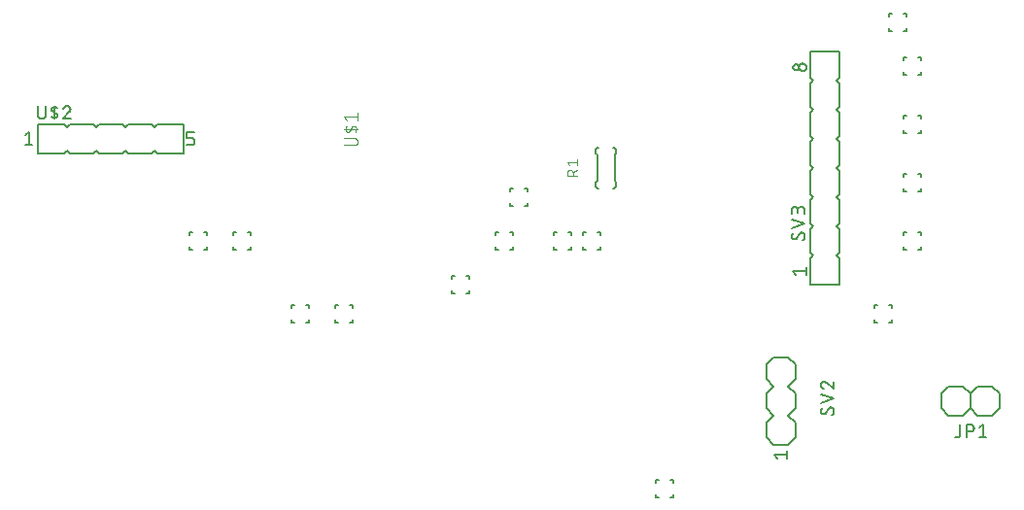
<source format=gbr>
G04 EAGLE Gerber RS-274X export*
G75*
%MOMM*%
%FSLAX34Y34*%
%LPD*%
%INSilkscreen Top*%
%IPPOS*%
%AMOC8*
5,1,8,0,0,1.08239X$1,22.5*%
G01*
%ADD10C,0.152400*%
%ADD11C,0.127000*%
%ADD12C,0.101600*%


D10*
X857250Y127000D02*
X869950Y127000D01*
X876300Y120650D01*
X876300Y107950D01*
X869950Y101600D01*
X850900Y107950D02*
X850900Y120650D01*
X857250Y127000D01*
X850900Y107950D02*
X857250Y101600D01*
X869950Y101600D01*
X876300Y120650D02*
X882650Y127000D01*
X895350Y127000D01*
X901700Y120650D01*
X901700Y107950D01*
X895350Y101600D01*
X882650Y101600D01*
X876300Y107950D01*
D11*
X867283Y93853D02*
X867283Y84963D01*
X867281Y84863D01*
X867275Y84764D01*
X867265Y84664D01*
X867252Y84566D01*
X867234Y84467D01*
X867213Y84370D01*
X867188Y84274D01*
X867159Y84178D01*
X867126Y84084D01*
X867090Y83991D01*
X867050Y83900D01*
X867006Y83810D01*
X866959Y83722D01*
X866909Y83636D01*
X866855Y83552D01*
X866798Y83470D01*
X866738Y83391D01*
X866674Y83313D01*
X866608Y83239D01*
X866539Y83167D01*
X866467Y83098D01*
X866393Y83032D01*
X866315Y82968D01*
X866236Y82908D01*
X866154Y82851D01*
X866070Y82797D01*
X865984Y82747D01*
X865896Y82700D01*
X865806Y82656D01*
X865715Y82616D01*
X865622Y82580D01*
X865528Y82547D01*
X865432Y82518D01*
X865336Y82493D01*
X865239Y82472D01*
X865140Y82454D01*
X865042Y82441D01*
X864942Y82431D01*
X864843Y82425D01*
X864743Y82423D01*
X863473Y82423D01*
X873263Y82423D02*
X873263Y93853D01*
X876438Y93853D01*
X876549Y93851D01*
X876659Y93845D01*
X876770Y93836D01*
X876880Y93822D01*
X876989Y93805D01*
X877098Y93784D01*
X877206Y93759D01*
X877313Y93730D01*
X877419Y93698D01*
X877524Y93662D01*
X877627Y93622D01*
X877729Y93579D01*
X877830Y93532D01*
X877929Y93481D01*
X878026Y93428D01*
X878120Y93371D01*
X878213Y93310D01*
X878304Y93247D01*
X878393Y93180D01*
X878479Y93110D01*
X878562Y93037D01*
X878644Y92962D01*
X878722Y92884D01*
X878797Y92802D01*
X878870Y92719D01*
X878940Y92633D01*
X879007Y92544D01*
X879070Y92453D01*
X879131Y92360D01*
X879188Y92265D01*
X879241Y92169D01*
X879292Y92070D01*
X879339Y91969D01*
X879382Y91867D01*
X879422Y91764D01*
X879458Y91659D01*
X879490Y91553D01*
X879519Y91446D01*
X879544Y91338D01*
X879565Y91229D01*
X879582Y91120D01*
X879596Y91010D01*
X879605Y90899D01*
X879611Y90789D01*
X879613Y90678D01*
X879611Y90567D01*
X879605Y90457D01*
X879596Y90346D01*
X879582Y90236D01*
X879565Y90127D01*
X879544Y90018D01*
X879519Y89910D01*
X879490Y89803D01*
X879458Y89697D01*
X879422Y89592D01*
X879382Y89489D01*
X879339Y89387D01*
X879292Y89286D01*
X879241Y89187D01*
X879188Y89090D01*
X879131Y88996D01*
X879070Y88903D01*
X879007Y88812D01*
X878940Y88723D01*
X878870Y88637D01*
X878797Y88554D01*
X878722Y88472D01*
X878644Y88394D01*
X878562Y88319D01*
X878479Y88246D01*
X878393Y88176D01*
X878304Y88109D01*
X878213Y88046D01*
X878120Y87985D01*
X878026Y87928D01*
X877929Y87875D01*
X877830Y87824D01*
X877729Y87777D01*
X877627Y87734D01*
X877524Y87694D01*
X877419Y87658D01*
X877313Y87626D01*
X877206Y87597D01*
X877098Y87572D01*
X876989Y87551D01*
X876880Y87534D01*
X876770Y87520D01*
X876659Y87511D01*
X876549Y87505D01*
X876438Y87503D01*
X873263Y87503D01*
X884122Y91313D02*
X887297Y93853D01*
X887297Y82423D01*
X884122Y82423D02*
X890472Y82423D01*
D10*
X820420Y261620D02*
X817880Y261620D01*
X817880Y259080D01*
X833120Y259080D02*
X833120Y261620D01*
X830580Y261620D01*
X833120Y248920D02*
X833120Y246380D01*
X830580Y246380D01*
X820420Y246380D02*
X817880Y246380D01*
X817880Y248920D01*
X325120Y198120D02*
X322580Y198120D01*
X322580Y195580D01*
X337820Y195580D02*
X337820Y198120D01*
X335280Y198120D01*
X337820Y185420D02*
X337820Y182880D01*
X335280Y182880D01*
X325120Y182880D02*
X322580Y182880D01*
X322580Y185420D01*
X462280Y261620D02*
X464820Y261620D01*
X462280Y261620D02*
X462280Y259080D01*
X477520Y259080D02*
X477520Y261620D01*
X474980Y261620D01*
X477520Y248920D02*
X477520Y246380D01*
X474980Y246380D01*
X464820Y246380D02*
X462280Y246380D01*
X462280Y248920D01*
X513080Y261620D02*
X515620Y261620D01*
X513080Y261620D02*
X513080Y259080D01*
X528320Y259080D02*
X528320Y261620D01*
X525780Y261620D01*
X528320Y248920D02*
X528320Y246380D01*
X525780Y246380D01*
X515620Y246380D02*
X513080Y246380D01*
X513080Y248920D01*
X538480Y261620D02*
X541020Y261620D01*
X538480Y261620D02*
X538480Y259080D01*
X553720Y259080D02*
X553720Y261620D01*
X551180Y261620D01*
X553720Y248920D02*
X553720Y246380D01*
X551180Y246380D01*
X541020Y246380D02*
X538480Y246380D01*
X538480Y248920D01*
X601980Y45720D02*
X604520Y45720D01*
X601980Y45720D02*
X601980Y43180D01*
X617220Y43180D02*
X617220Y45720D01*
X614680Y45720D01*
X617220Y33020D02*
X617220Y30480D01*
X614680Y30480D01*
X604520Y30480D02*
X601980Y30480D01*
X601980Y33020D01*
X426720Y223520D02*
X424180Y223520D01*
X424180Y220980D01*
X439420Y220980D02*
X439420Y223520D01*
X436880Y223520D01*
X439420Y210820D02*
X439420Y208280D01*
X436880Y208280D01*
X426720Y208280D02*
X424180Y208280D01*
X424180Y210820D01*
X474980Y299720D02*
X477520Y299720D01*
X474980Y299720D02*
X474980Y297180D01*
X490220Y297180D02*
X490220Y299720D01*
X487680Y299720D01*
X490220Y287020D02*
X490220Y284480D01*
X487680Y284480D01*
X477520Y284480D02*
X474980Y284480D01*
X474980Y287020D01*
X817880Y312420D02*
X820420Y312420D01*
X817880Y312420D02*
X817880Y309880D01*
X833120Y309880D02*
X833120Y312420D01*
X830580Y312420D01*
X833120Y299720D02*
X833120Y297180D01*
X830580Y297180D01*
X820420Y297180D02*
X817880Y297180D01*
X817880Y299720D01*
X817880Y363220D02*
X820420Y363220D01*
X817880Y363220D02*
X817880Y360680D01*
X833120Y360680D02*
X833120Y363220D01*
X830580Y363220D01*
X833120Y350520D02*
X833120Y347980D01*
X830580Y347980D01*
X820420Y347980D02*
X817880Y347980D01*
X817880Y350520D01*
X198120Y261620D02*
X195580Y261620D01*
X195580Y259080D01*
X210820Y259080D02*
X210820Y261620D01*
X208280Y261620D01*
X210820Y248920D02*
X210820Y246380D01*
X208280Y246380D01*
X198120Y246380D02*
X195580Y246380D01*
X195580Y248920D01*
X792480Y198120D02*
X795020Y198120D01*
X792480Y198120D02*
X792480Y195580D01*
X807720Y195580D02*
X807720Y198120D01*
X805180Y198120D01*
X807720Y185420D02*
X807720Y182880D01*
X805180Y182880D01*
X795020Y182880D02*
X792480Y182880D01*
X792480Y185420D01*
X817880Y414020D02*
X820420Y414020D01*
X817880Y414020D02*
X817880Y411480D01*
X833120Y411480D02*
X833120Y414020D01*
X830580Y414020D01*
X833120Y401320D02*
X833120Y398780D01*
X830580Y398780D01*
X820420Y398780D02*
X817880Y398780D01*
X817880Y401320D01*
X807720Y452120D02*
X805180Y452120D01*
X805180Y449580D01*
X820420Y449580D02*
X820420Y452120D01*
X817880Y452120D01*
X820420Y439420D02*
X820420Y436880D01*
X817880Y436880D01*
X807720Y436880D02*
X805180Y436880D01*
X805180Y439420D01*
X236220Y261620D02*
X233680Y261620D01*
X233680Y259080D01*
X248920Y259080D02*
X248920Y261620D01*
X246380Y261620D01*
X248920Y248920D02*
X248920Y246380D01*
X246380Y246380D01*
X236220Y246380D02*
X233680Y246380D01*
X233680Y248920D01*
X284480Y198120D02*
X287020Y198120D01*
X284480Y198120D02*
X284480Y195580D01*
X299720Y195580D02*
X299720Y198120D01*
X297180Y198120D01*
X299720Y185420D02*
X299720Y182880D01*
X297180Y182880D01*
X287020Y182880D02*
X284480Y182880D01*
X284480Y185420D01*
X549910Y302260D02*
X549912Y302160D01*
X549918Y302061D01*
X549928Y301961D01*
X549941Y301863D01*
X549959Y301764D01*
X549980Y301667D01*
X550005Y301571D01*
X550034Y301475D01*
X550067Y301381D01*
X550103Y301288D01*
X550143Y301197D01*
X550187Y301107D01*
X550234Y301019D01*
X550284Y300933D01*
X550338Y300849D01*
X550395Y300767D01*
X550455Y300688D01*
X550519Y300610D01*
X550585Y300536D01*
X550654Y300464D01*
X550726Y300395D01*
X550800Y300329D01*
X550878Y300265D01*
X550957Y300205D01*
X551039Y300148D01*
X551123Y300094D01*
X551209Y300044D01*
X551297Y299997D01*
X551387Y299953D01*
X551478Y299913D01*
X551571Y299877D01*
X551665Y299844D01*
X551761Y299815D01*
X551857Y299790D01*
X551954Y299769D01*
X552053Y299751D01*
X552151Y299738D01*
X552251Y299728D01*
X552350Y299722D01*
X552450Y299720D01*
X565150Y299720D02*
X565250Y299722D01*
X565349Y299728D01*
X565449Y299738D01*
X565547Y299751D01*
X565646Y299769D01*
X565743Y299790D01*
X565839Y299815D01*
X565935Y299844D01*
X566029Y299877D01*
X566122Y299913D01*
X566213Y299953D01*
X566303Y299997D01*
X566391Y300044D01*
X566477Y300094D01*
X566561Y300148D01*
X566643Y300205D01*
X566722Y300265D01*
X566800Y300329D01*
X566874Y300395D01*
X566946Y300464D01*
X567015Y300536D01*
X567081Y300610D01*
X567145Y300688D01*
X567205Y300767D01*
X567262Y300849D01*
X567316Y300933D01*
X567366Y301019D01*
X567413Y301107D01*
X567457Y301197D01*
X567497Y301288D01*
X567533Y301381D01*
X567566Y301475D01*
X567595Y301571D01*
X567620Y301667D01*
X567641Y301764D01*
X567659Y301863D01*
X567672Y301961D01*
X567682Y302061D01*
X567688Y302160D01*
X567690Y302260D01*
X567690Y332740D02*
X567688Y332840D01*
X567682Y332939D01*
X567672Y333039D01*
X567659Y333137D01*
X567641Y333236D01*
X567620Y333333D01*
X567595Y333429D01*
X567566Y333525D01*
X567533Y333619D01*
X567497Y333712D01*
X567457Y333803D01*
X567413Y333893D01*
X567366Y333981D01*
X567316Y334067D01*
X567262Y334151D01*
X567205Y334233D01*
X567145Y334312D01*
X567081Y334390D01*
X567015Y334464D01*
X566946Y334536D01*
X566874Y334605D01*
X566800Y334671D01*
X566722Y334735D01*
X566643Y334795D01*
X566561Y334852D01*
X566477Y334906D01*
X566391Y334956D01*
X566303Y335003D01*
X566213Y335047D01*
X566122Y335087D01*
X566029Y335123D01*
X565935Y335156D01*
X565839Y335185D01*
X565743Y335210D01*
X565646Y335231D01*
X565547Y335249D01*
X565449Y335262D01*
X565349Y335272D01*
X565250Y335278D01*
X565150Y335280D01*
X552450Y335280D02*
X552350Y335278D01*
X552251Y335272D01*
X552151Y335262D01*
X552053Y335249D01*
X551954Y335231D01*
X551857Y335210D01*
X551761Y335185D01*
X551665Y335156D01*
X551571Y335123D01*
X551478Y335087D01*
X551387Y335047D01*
X551297Y335003D01*
X551209Y334956D01*
X551123Y334906D01*
X551039Y334852D01*
X550957Y334795D01*
X550878Y334735D01*
X550800Y334671D01*
X550726Y334605D01*
X550654Y334536D01*
X550585Y334464D01*
X550519Y334390D01*
X550455Y334312D01*
X550395Y334233D01*
X550338Y334151D01*
X550284Y334067D01*
X550234Y333981D01*
X550187Y333893D01*
X550143Y333803D01*
X550103Y333712D01*
X550067Y333619D01*
X550034Y333525D01*
X550005Y333429D01*
X549980Y333333D01*
X549959Y333236D01*
X549941Y333137D01*
X549928Y333039D01*
X549918Y332939D01*
X549912Y332840D01*
X549910Y332740D01*
X549910Y304800D02*
X549910Y302260D01*
X549910Y304800D02*
X551180Y306070D01*
X567690Y304800D02*
X567690Y302260D01*
X567690Y304800D02*
X566420Y306070D01*
X551180Y328930D02*
X549910Y330200D01*
X551180Y328930D02*
X551180Y306070D01*
X566420Y328930D02*
X567690Y330200D01*
X566420Y328930D02*
X566420Y306070D01*
X549910Y330200D02*
X549910Y332740D01*
X567690Y332740D02*
X567690Y330200D01*
D12*
X533908Y310642D02*
X525018Y310642D01*
X525018Y313111D01*
X525020Y313209D01*
X525026Y313307D01*
X525036Y313405D01*
X525049Y313502D01*
X525067Y313599D01*
X525088Y313695D01*
X525113Y313789D01*
X525142Y313883D01*
X525174Y313976D01*
X525211Y314067D01*
X525250Y314157D01*
X525294Y314245D01*
X525341Y314331D01*
X525391Y314416D01*
X525444Y314498D01*
X525501Y314578D01*
X525561Y314656D01*
X525624Y314731D01*
X525690Y314804D01*
X525759Y314874D01*
X525830Y314941D01*
X525904Y315006D01*
X525981Y315067D01*
X526060Y315126D01*
X526141Y315181D01*
X526224Y315233D01*
X526310Y315281D01*
X526397Y315326D01*
X526486Y315368D01*
X526576Y315406D01*
X526668Y315440D01*
X526761Y315471D01*
X526856Y315498D01*
X526951Y315521D01*
X527048Y315541D01*
X527144Y315556D01*
X527242Y315568D01*
X527340Y315576D01*
X527438Y315580D01*
X527536Y315580D01*
X527634Y315576D01*
X527732Y315568D01*
X527830Y315556D01*
X527926Y315541D01*
X528023Y315521D01*
X528118Y315498D01*
X528213Y315471D01*
X528306Y315440D01*
X528398Y315406D01*
X528488Y315368D01*
X528577Y315326D01*
X528664Y315281D01*
X528750Y315233D01*
X528833Y315181D01*
X528914Y315126D01*
X528993Y315067D01*
X529070Y315006D01*
X529144Y314941D01*
X529215Y314874D01*
X529284Y314804D01*
X529350Y314731D01*
X529413Y314656D01*
X529473Y314578D01*
X529530Y314498D01*
X529583Y314416D01*
X529633Y314331D01*
X529680Y314245D01*
X529724Y314157D01*
X529763Y314067D01*
X529800Y313976D01*
X529832Y313883D01*
X529861Y313789D01*
X529886Y313695D01*
X529907Y313599D01*
X529925Y313502D01*
X529938Y313405D01*
X529948Y313307D01*
X529954Y313209D01*
X529956Y313111D01*
X529957Y313111D02*
X529957Y310642D01*
X529957Y313605D02*
X533908Y315581D01*
X526994Y319492D02*
X525018Y321961D01*
X533908Y321961D01*
X533908Y319492D02*
X533908Y324431D01*
D10*
X698500Y95250D02*
X698500Y82550D01*
X698500Y95250D02*
X704850Y101600D01*
X717550Y101600D02*
X723900Y95250D01*
X704850Y101600D02*
X698500Y107950D01*
X698500Y120650D01*
X704850Y127000D01*
X717550Y127000D02*
X723900Y120650D01*
X723900Y107950D01*
X717550Y101600D01*
X717550Y76200D02*
X704850Y76200D01*
X698500Y82550D01*
X717550Y76200D02*
X723900Y82550D01*
X723900Y95250D01*
X704850Y127000D02*
X698500Y133350D01*
X698500Y146050D01*
X704850Y152400D01*
X717550Y152400D02*
X723900Y146050D01*
X723900Y133350D01*
X717550Y127000D01*
X717550Y152400D02*
X704850Y152400D01*
D11*
X705485Y67310D02*
X708025Y64135D01*
X705485Y67310D02*
X716915Y67310D01*
X716915Y64135D02*
X716915Y70485D01*
X755015Y108585D02*
X755115Y108583D01*
X755214Y108577D01*
X755314Y108567D01*
X755412Y108554D01*
X755511Y108536D01*
X755608Y108515D01*
X755704Y108490D01*
X755800Y108461D01*
X755894Y108428D01*
X755987Y108392D01*
X756078Y108352D01*
X756168Y108308D01*
X756256Y108261D01*
X756342Y108211D01*
X756426Y108157D01*
X756508Y108100D01*
X756587Y108040D01*
X756665Y107976D01*
X756739Y107910D01*
X756811Y107841D01*
X756880Y107769D01*
X756946Y107695D01*
X757010Y107617D01*
X757070Y107538D01*
X757127Y107456D01*
X757181Y107372D01*
X757231Y107286D01*
X757278Y107198D01*
X757322Y107108D01*
X757362Y107017D01*
X757398Y106924D01*
X757431Y106830D01*
X757460Y106734D01*
X757485Y106638D01*
X757506Y106541D01*
X757524Y106442D01*
X757537Y106344D01*
X757547Y106244D01*
X757553Y106145D01*
X757555Y106045D01*
X757553Y105904D01*
X757548Y105763D01*
X757538Y105622D01*
X757525Y105481D01*
X757509Y105341D01*
X757488Y105201D01*
X757464Y105062D01*
X757436Y104923D01*
X757405Y104786D01*
X757370Y104649D01*
X757332Y104513D01*
X757290Y104378D01*
X757244Y104245D01*
X757195Y104112D01*
X757142Y103981D01*
X757086Y103852D01*
X757027Y103723D01*
X756964Y103597D01*
X756898Y103472D01*
X756829Y103349D01*
X756756Y103228D01*
X756680Y103109D01*
X756601Y102991D01*
X756520Y102876D01*
X756435Y102764D01*
X756347Y102653D01*
X756256Y102545D01*
X756163Y102439D01*
X756066Y102336D01*
X755967Y102235D01*
X748665Y102553D02*
X748565Y102555D01*
X748466Y102561D01*
X748366Y102571D01*
X748268Y102584D01*
X748169Y102602D01*
X748072Y102623D01*
X747976Y102648D01*
X747880Y102677D01*
X747786Y102710D01*
X747693Y102746D01*
X747602Y102786D01*
X747512Y102830D01*
X747424Y102877D01*
X747338Y102927D01*
X747254Y102981D01*
X747172Y103038D01*
X747093Y103098D01*
X747015Y103162D01*
X746941Y103228D01*
X746869Y103297D01*
X746800Y103369D01*
X746734Y103443D01*
X746670Y103521D01*
X746610Y103600D01*
X746553Y103682D01*
X746499Y103766D01*
X746449Y103852D01*
X746402Y103940D01*
X746358Y104030D01*
X746318Y104121D01*
X746282Y104214D01*
X746249Y104308D01*
X746220Y104404D01*
X746195Y104500D01*
X746174Y104597D01*
X746156Y104696D01*
X746143Y104794D01*
X746133Y104894D01*
X746127Y104993D01*
X746125Y105093D01*
X746127Y105226D01*
X746132Y105359D01*
X746142Y105492D01*
X746155Y105625D01*
X746172Y105757D01*
X746192Y105889D01*
X746216Y106020D01*
X746244Y106150D01*
X746275Y106280D01*
X746310Y106408D01*
X746349Y106536D01*
X746391Y106662D01*
X746437Y106787D01*
X746486Y106911D01*
X746538Y107034D01*
X746594Y107155D01*
X746654Y107274D01*
X746716Y107392D01*
X746782Y107507D01*
X746851Y107621D01*
X746924Y107733D01*
X746999Y107843D01*
X747078Y107951D01*
X750888Y103822D02*
X750836Y103738D01*
X750781Y103655D01*
X750722Y103575D01*
X750661Y103497D01*
X750597Y103422D01*
X750529Y103349D01*
X750459Y103278D01*
X750387Y103211D01*
X750312Y103146D01*
X750234Y103084D01*
X750154Y103025D01*
X750072Y102969D01*
X749988Y102917D01*
X749902Y102868D01*
X749814Y102822D01*
X749724Y102779D01*
X749633Y102740D01*
X749540Y102705D01*
X749446Y102673D01*
X749351Y102645D01*
X749255Y102620D01*
X749158Y102600D01*
X749060Y102582D01*
X748962Y102569D01*
X748863Y102560D01*
X748764Y102554D01*
X748665Y102552D01*
X752792Y107315D02*
X752844Y107399D01*
X752899Y107482D01*
X752958Y107562D01*
X753019Y107640D01*
X753083Y107715D01*
X753151Y107788D01*
X753221Y107859D01*
X753293Y107926D01*
X753368Y107991D01*
X753446Y108053D01*
X753526Y108112D01*
X753608Y108168D01*
X753692Y108220D01*
X753778Y108269D01*
X753866Y108315D01*
X753956Y108358D01*
X754047Y108397D01*
X754140Y108432D01*
X754234Y108464D01*
X754329Y108492D01*
X754425Y108517D01*
X754522Y108537D01*
X754620Y108555D01*
X754718Y108568D01*
X754817Y108577D01*
X754916Y108583D01*
X755015Y108585D01*
X752793Y107315D02*
X750888Y103823D01*
X746125Y112649D02*
X757555Y116459D01*
X746125Y120269D01*
X746125Y128207D02*
X746127Y128311D01*
X746133Y128416D01*
X746142Y128520D01*
X746155Y128623D01*
X746173Y128726D01*
X746193Y128828D01*
X746218Y128930D01*
X746246Y129030D01*
X746278Y129130D01*
X746314Y129228D01*
X746353Y129325D01*
X746395Y129420D01*
X746441Y129514D01*
X746491Y129606D01*
X746543Y129696D01*
X746599Y129784D01*
X746659Y129870D01*
X746721Y129954D01*
X746786Y130035D01*
X746854Y130114D01*
X746926Y130191D01*
X746999Y130264D01*
X747076Y130336D01*
X747155Y130404D01*
X747236Y130469D01*
X747320Y130531D01*
X747406Y130591D01*
X747494Y130647D01*
X747584Y130699D01*
X747676Y130749D01*
X747770Y130795D01*
X747865Y130837D01*
X747962Y130876D01*
X748060Y130912D01*
X748160Y130944D01*
X748260Y130972D01*
X748362Y130997D01*
X748464Y131017D01*
X748567Y131035D01*
X748670Y131048D01*
X748774Y131057D01*
X748879Y131063D01*
X748983Y131065D01*
X746125Y128207D02*
X746127Y128089D01*
X746133Y127970D01*
X746142Y127852D01*
X746155Y127735D01*
X746173Y127618D01*
X746193Y127501D01*
X746218Y127385D01*
X746246Y127270D01*
X746279Y127157D01*
X746314Y127044D01*
X746354Y126932D01*
X746396Y126822D01*
X746443Y126713D01*
X746493Y126605D01*
X746546Y126500D01*
X746603Y126396D01*
X746663Y126294D01*
X746726Y126194D01*
X746793Y126096D01*
X746862Y126000D01*
X746935Y125907D01*
X747011Y125816D01*
X747089Y125727D01*
X747171Y125641D01*
X747255Y125558D01*
X747341Y125477D01*
X747431Y125400D01*
X747522Y125325D01*
X747616Y125253D01*
X747713Y125184D01*
X747811Y125119D01*
X747912Y125056D01*
X748015Y124997D01*
X748119Y124941D01*
X748225Y124889D01*
X748333Y124840D01*
X748442Y124795D01*
X748553Y124753D01*
X748665Y124715D01*
X751205Y130112D02*
X751130Y130188D01*
X751051Y130263D01*
X750970Y130334D01*
X750886Y130403D01*
X750800Y130468D01*
X750712Y130530D01*
X750622Y130590D01*
X750530Y130646D01*
X750435Y130699D01*
X750339Y130748D01*
X750241Y130794D01*
X750142Y130837D01*
X750041Y130876D01*
X749939Y130911D01*
X749836Y130943D01*
X749732Y130971D01*
X749627Y130996D01*
X749520Y131017D01*
X749414Y131034D01*
X749307Y131047D01*
X749199Y131056D01*
X749091Y131062D01*
X748983Y131064D01*
X751205Y130112D02*
X757555Y124714D01*
X757555Y131064D01*
D10*
X762000Y215900D02*
X736600Y215900D01*
X762000Y215900D02*
X762000Y238760D01*
X759460Y241300D01*
X762000Y243840D01*
X762000Y264160D01*
X759460Y266700D01*
X762000Y269240D01*
X762000Y289560D01*
X759460Y292100D01*
X762000Y294640D01*
X762000Y314960D01*
X759460Y317500D01*
X762000Y320040D01*
X739140Y317500D02*
X736600Y320040D01*
X739140Y317500D02*
X736600Y314960D01*
X736600Y294640D01*
X739140Y292100D01*
X736600Y289560D01*
X736600Y269240D01*
X739140Y266700D01*
X736600Y264160D01*
X736600Y243840D01*
X739140Y241300D01*
X736600Y238760D01*
X736600Y215900D01*
X762000Y320040D02*
X762000Y340360D01*
X759460Y342900D01*
X762000Y345440D01*
X762000Y365760D01*
X759460Y368300D01*
X762000Y370840D01*
X739140Y368300D02*
X736600Y370840D01*
X739140Y368300D02*
X736600Y365760D01*
X736600Y345440D01*
X739140Y342900D01*
X736600Y340360D01*
X736600Y320040D01*
X736600Y396240D02*
X736600Y419100D01*
X762000Y419100D01*
X762000Y396240D01*
X739140Y393700D02*
X736600Y391160D01*
X739140Y393700D02*
X736600Y396240D01*
X736600Y391160D02*
X736600Y370840D01*
X759460Y393700D02*
X762000Y396240D01*
X759460Y393700D02*
X762000Y391160D01*
X762000Y370840D01*
D11*
X721995Y227330D02*
X724535Y224155D01*
X721995Y227330D02*
X733425Y227330D01*
X733425Y224155D02*
X733425Y230505D01*
X730250Y401955D02*
X730139Y401957D01*
X730029Y401963D01*
X729918Y401972D01*
X729808Y401986D01*
X729699Y402003D01*
X729590Y402024D01*
X729482Y402049D01*
X729375Y402078D01*
X729269Y402110D01*
X729164Y402146D01*
X729061Y402186D01*
X728959Y402229D01*
X728858Y402276D01*
X728759Y402327D01*
X728663Y402380D01*
X728568Y402437D01*
X728475Y402498D01*
X728384Y402561D01*
X728295Y402628D01*
X728209Y402698D01*
X728126Y402771D01*
X728044Y402846D01*
X727966Y402924D01*
X727891Y403006D01*
X727818Y403089D01*
X727748Y403175D01*
X727681Y403264D01*
X727618Y403355D01*
X727557Y403448D01*
X727500Y403543D01*
X727447Y403639D01*
X727396Y403738D01*
X727349Y403839D01*
X727306Y403941D01*
X727266Y404044D01*
X727230Y404149D01*
X727198Y404255D01*
X727169Y404362D01*
X727144Y404470D01*
X727123Y404579D01*
X727106Y404688D01*
X727092Y404798D01*
X727083Y404909D01*
X727077Y405019D01*
X727075Y405130D01*
X727077Y405241D01*
X727083Y405351D01*
X727092Y405462D01*
X727106Y405572D01*
X727123Y405681D01*
X727144Y405790D01*
X727169Y405898D01*
X727198Y406005D01*
X727230Y406111D01*
X727266Y406216D01*
X727306Y406319D01*
X727349Y406421D01*
X727396Y406522D01*
X727447Y406621D01*
X727500Y406718D01*
X727557Y406812D01*
X727618Y406905D01*
X727681Y406996D01*
X727748Y407085D01*
X727818Y407171D01*
X727891Y407254D01*
X727966Y407336D01*
X728044Y407414D01*
X728126Y407489D01*
X728209Y407562D01*
X728295Y407632D01*
X728384Y407699D01*
X728475Y407762D01*
X728568Y407823D01*
X728663Y407880D01*
X728759Y407933D01*
X728858Y407984D01*
X728959Y408031D01*
X729061Y408074D01*
X729164Y408114D01*
X729269Y408150D01*
X729375Y408182D01*
X729482Y408211D01*
X729590Y408236D01*
X729699Y408257D01*
X729808Y408274D01*
X729918Y408288D01*
X730029Y408297D01*
X730139Y408303D01*
X730250Y408305D01*
X730361Y408303D01*
X730471Y408297D01*
X730582Y408288D01*
X730692Y408274D01*
X730801Y408257D01*
X730910Y408236D01*
X731018Y408211D01*
X731125Y408182D01*
X731231Y408150D01*
X731336Y408114D01*
X731439Y408074D01*
X731541Y408031D01*
X731642Y407984D01*
X731741Y407933D01*
X731838Y407880D01*
X731932Y407823D01*
X732025Y407762D01*
X732116Y407699D01*
X732205Y407632D01*
X732291Y407562D01*
X732374Y407489D01*
X732456Y407414D01*
X732534Y407336D01*
X732609Y407254D01*
X732682Y407171D01*
X732752Y407085D01*
X732819Y406996D01*
X732882Y406905D01*
X732943Y406812D01*
X733000Y406717D01*
X733053Y406621D01*
X733104Y406522D01*
X733151Y406421D01*
X733194Y406319D01*
X733234Y406216D01*
X733270Y406111D01*
X733302Y406005D01*
X733331Y405898D01*
X733356Y405790D01*
X733377Y405681D01*
X733394Y405572D01*
X733408Y405462D01*
X733417Y405351D01*
X733423Y405241D01*
X733425Y405130D01*
X733423Y405019D01*
X733417Y404909D01*
X733408Y404798D01*
X733394Y404688D01*
X733377Y404579D01*
X733356Y404470D01*
X733331Y404362D01*
X733302Y404255D01*
X733270Y404149D01*
X733234Y404044D01*
X733194Y403941D01*
X733151Y403839D01*
X733104Y403738D01*
X733053Y403639D01*
X733000Y403542D01*
X732943Y403448D01*
X732882Y403355D01*
X732819Y403264D01*
X732752Y403175D01*
X732682Y403089D01*
X732609Y403006D01*
X732534Y402924D01*
X732456Y402846D01*
X732374Y402771D01*
X732291Y402698D01*
X732205Y402628D01*
X732116Y402561D01*
X732025Y402498D01*
X731932Y402437D01*
X731838Y402380D01*
X731741Y402327D01*
X731642Y402276D01*
X731541Y402229D01*
X731439Y402186D01*
X731336Y402146D01*
X731231Y402110D01*
X731125Y402078D01*
X731018Y402049D01*
X730910Y402024D01*
X730801Y402003D01*
X730692Y401986D01*
X730582Y401972D01*
X730471Y401963D01*
X730361Y401957D01*
X730250Y401955D01*
X724535Y402590D02*
X724435Y402592D01*
X724336Y402598D01*
X724236Y402608D01*
X724138Y402621D01*
X724039Y402639D01*
X723942Y402660D01*
X723846Y402685D01*
X723750Y402714D01*
X723656Y402747D01*
X723563Y402783D01*
X723472Y402823D01*
X723382Y402867D01*
X723294Y402914D01*
X723208Y402964D01*
X723124Y403018D01*
X723042Y403075D01*
X722963Y403135D01*
X722885Y403199D01*
X722811Y403265D01*
X722739Y403334D01*
X722670Y403406D01*
X722604Y403480D01*
X722540Y403558D01*
X722480Y403637D01*
X722423Y403719D01*
X722369Y403803D01*
X722319Y403889D01*
X722272Y403977D01*
X722228Y404067D01*
X722188Y404158D01*
X722152Y404251D01*
X722119Y404345D01*
X722090Y404441D01*
X722065Y404537D01*
X722044Y404634D01*
X722026Y404733D01*
X722013Y404831D01*
X722003Y404931D01*
X721997Y405030D01*
X721995Y405130D01*
X721997Y405230D01*
X722003Y405329D01*
X722013Y405429D01*
X722026Y405527D01*
X722044Y405626D01*
X722065Y405723D01*
X722090Y405819D01*
X722119Y405915D01*
X722152Y406009D01*
X722188Y406102D01*
X722228Y406193D01*
X722272Y406283D01*
X722319Y406371D01*
X722369Y406457D01*
X722423Y406541D01*
X722480Y406623D01*
X722540Y406702D01*
X722604Y406780D01*
X722670Y406854D01*
X722739Y406926D01*
X722811Y406995D01*
X722885Y407061D01*
X722963Y407125D01*
X723042Y407185D01*
X723124Y407242D01*
X723208Y407296D01*
X723294Y407346D01*
X723382Y407393D01*
X723472Y407437D01*
X723563Y407477D01*
X723656Y407513D01*
X723750Y407546D01*
X723846Y407575D01*
X723942Y407600D01*
X724039Y407621D01*
X724138Y407639D01*
X724236Y407652D01*
X724336Y407662D01*
X724435Y407668D01*
X724535Y407670D01*
X724635Y407668D01*
X724734Y407662D01*
X724834Y407652D01*
X724932Y407639D01*
X725031Y407621D01*
X725128Y407600D01*
X725224Y407575D01*
X725320Y407546D01*
X725414Y407513D01*
X725507Y407477D01*
X725598Y407437D01*
X725688Y407393D01*
X725776Y407346D01*
X725862Y407296D01*
X725946Y407242D01*
X726028Y407185D01*
X726107Y407125D01*
X726185Y407061D01*
X726259Y406995D01*
X726331Y406926D01*
X726400Y406854D01*
X726466Y406780D01*
X726530Y406702D01*
X726590Y406623D01*
X726647Y406541D01*
X726701Y406457D01*
X726751Y406371D01*
X726798Y406283D01*
X726842Y406193D01*
X726882Y406102D01*
X726918Y406009D01*
X726951Y405915D01*
X726980Y405819D01*
X727005Y405723D01*
X727026Y405626D01*
X727044Y405527D01*
X727057Y405429D01*
X727067Y405329D01*
X727073Y405230D01*
X727075Y405130D01*
X727073Y405030D01*
X727067Y404931D01*
X727057Y404831D01*
X727044Y404733D01*
X727026Y404634D01*
X727005Y404537D01*
X726980Y404441D01*
X726951Y404345D01*
X726918Y404251D01*
X726882Y404158D01*
X726842Y404067D01*
X726798Y403977D01*
X726751Y403889D01*
X726701Y403803D01*
X726647Y403719D01*
X726590Y403637D01*
X726530Y403558D01*
X726466Y403480D01*
X726400Y403406D01*
X726331Y403334D01*
X726259Y403265D01*
X726185Y403199D01*
X726107Y403135D01*
X726028Y403075D01*
X725946Y403018D01*
X725862Y402964D01*
X725776Y402914D01*
X725688Y402867D01*
X725598Y402823D01*
X725507Y402783D01*
X725414Y402747D01*
X725320Y402714D01*
X725224Y402685D01*
X725128Y402660D01*
X725031Y402639D01*
X724932Y402621D01*
X724834Y402608D01*
X724734Y402598D01*
X724635Y402592D01*
X724535Y402590D01*
X729615Y260985D02*
X729715Y260983D01*
X729814Y260977D01*
X729914Y260967D01*
X730012Y260954D01*
X730111Y260936D01*
X730208Y260915D01*
X730304Y260890D01*
X730400Y260861D01*
X730494Y260828D01*
X730587Y260792D01*
X730678Y260752D01*
X730768Y260708D01*
X730856Y260661D01*
X730942Y260611D01*
X731026Y260557D01*
X731108Y260500D01*
X731187Y260440D01*
X731265Y260376D01*
X731339Y260310D01*
X731411Y260241D01*
X731480Y260169D01*
X731546Y260095D01*
X731610Y260017D01*
X731670Y259938D01*
X731727Y259856D01*
X731781Y259772D01*
X731831Y259686D01*
X731878Y259598D01*
X731922Y259508D01*
X731962Y259417D01*
X731998Y259324D01*
X732031Y259230D01*
X732060Y259134D01*
X732085Y259038D01*
X732106Y258941D01*
X732124Y258842D01*
X732137Y258744D01*
X732147Y258644D01*
X732153Y258545D01*
X732155Y258445D01*
X732153Y258304D01*
X732148Y258163D01*
X732138Y258022D01*
X732125Y257881D01*
X732109Y257741D01*
X732088Y257601D01*
X732064Y257462D01*
X732036Y257323D01*
X732005Y257186D01*
X731970Y257049D01*
X731932Y256913D01*
X731890Y256778D01*
X731844Y256645D01*
X731795Y256512D01*
X731742Y256381D01*
X731686Y256252D01*
X731627Y256123D01*
X731564Y255997D01*
X731498Y255872D01*
X731429Y255749D01*
X731356Y255628D01*
X731280Y255509D01*
X731201Y255391D01*
X731120Y255276D01*
X731035Y255164D01*
X730947Y255053D01*
X730856Y254945D01*
X730763Y254839D01*
X730666Y254736D01*
X730567Y254635D01*
X723265Y254953D02*
X723165Y254955D01*
X723066Y254961D01*
X722966Y254971D01*
X722868Y254984D01*
X722769Y255002D01*
X722672Y255023D01*
X722576Y255048D01*
X722480Y255077D01*
X722386Y255110D01*
X722293Y255146D01*
X722202Y255186D01*
X722112Y255230D01*
X722024Y255277D01*
X721938Y255327D01*
X721854Y255381D01*
X721772Y255438D01*
X721693Y255498D01*
X721615Y255562D01*
X721541Y255628D01*
X721469Y255697D01*
X721400Y255769D01*
X721334Y255843D01*
X721270Y255921D01*
X721210Y256000D01*
X721153Y256082D01*
X721099Y256166D01*
X721049Y256252D01*
X721002Y256340D01*
X720958Y256430D01*
X720918Y256521D01*
X720882Y256614D01*
X720849Y256708D01*
X720820Y256804D01*
X720795Y256900D01*
X720774Y256997D01*
X720756Y257096D01*
X720743Y257194D01*
X720733Y257294D01*
X720727Y257393D01*
X720725Y257493D01*
X720727Y257626D01*
X720732Y257759D01*
X720742Y257892D01*
X720755Y258025D01*
X720772Y258157D01*
X720792Y258289D01*
X720816Y258420D01*
X720844Y258550D01*
X720875Y258680D01*
X720910Y258808D01*
X720949Y258936D01*
X720991Y259062D01*
X721037Y259187D01*
X721086Y259311D01*
X721138Y259434D01*
X721194Y259555D01*
X721254Y259674D01*
X721316Y259792D01*
X721382Y259907D01*
X721451Y260021D01*
X721524Y260133D01*
X721599Y260243D01*
X721678Y260351D01*
X725488Y256222D02*
X725436Y256138D01*
X725381Y256055D01*
X725322Y255975D01*
X725261Y255897D01*
X725197Y255822D01*
X725129Y255749D01*
X725059Y255678D01*
X724987Y255611D01*
X724912Y255546D01*
X724834Y255484D01*
X724754Y255425D01*
X724672Y255369D01*
X724588Y255317D01*
X724502Y255268D01*
X724414Y255222D01*
X724324Y255179D01*
X724233Y255140D01*
X724140Y255105D01*
X724046Y255073D01*
X723951Y255045D01*
X723855Y255020D01*
X723758Y255000D01*
X723660Y254982D01*
X723562Y254969D01*
X723463Y254960D01*
X723364Y254954D01*
X723265Y254952D01*
X727392Y259715D02*
X727444Y259799D01*
X727499Y259882D01*
X727558Y259962D01*
X727619Y260040D01*
X727683Y260115D01*
X727751Y260188D01*
X727821Y260259D01*
X727893Y260326D01*
X727968Y260391D01*
X728046Y260453D01*
X728126Y260512D01*
X728208Y260568D01*
X728292Y260620D01*
X728378Y260669D01*
X728466Y260715D01*
X728556Y260758D01*
X728647Y260797D01*
X728740Y260832D01*
X728834Y260864D01*
X728929Y260892D01*
X729025Y260917D01*
X729122Y260937D01*
X729220Y260955D01*
X729318Y260968D01*
X729417Y260977D01*
X729516Y260983D01*
X729615Y260985D01*
X727393Y259715D02*
X725488Y256223D01*
X720725Y265049D02*
X732155Y268859D01*
X720725Y272669D01*
X732155Y277114D02*
X732155Y280289D01*
X732153Y280400D01*
X732147Y280510D01*
X732138Y280621D01*
X732124Y280731D01*
X732107Y280840D01*
X732086Y280949D01*
X732061Y281057D01*
X732032Y281164D01*
X732000Y281270D01*
X731964Y281375D01*
X731924Y281478D01*
X731881Y281580D01*
X731834Y281681D01*
X731783Y281780D01*
X731730Y281877D01*
X731673Y281971D01*
X731612Y282064D01*
X731549Y282155D01*
X731482Y282244D01*
X731412Y282330D01*
X731339Y282413D01*
X731264Y282495D01*
X731186Y282573D01*
X731104Y282648D01*
X731021Y282721D01*
X730935Y282791D01*
X730846Y282858D01*
X730755Y282921D01*
X730662Y282982D01*
X730568Y283039D01*
X730471Y283092D01*
X730372Y283143D01*
X730271Y283190D01*
X730169Y283233D01*
X730066Y283273D01*
X729961Y283309D01*
X729855Y283341D01*
X729748Y283370D01*
X729640Y283395D01*
X729531Y283416D01*
X729422Y283433D01*
X729312Y283447D01*
X729201Y283456D01*
X729091Y283462D01*
X728980Y283464D01*
X728869Y283462D01*
X728759Y283456D01*
X728648Y283447D01*
X728538Y283433D01*
X728429Y283416D01*
X728320Y283395D01*
X728212Y283370D01*
X728105Y283341D01*
X727999Y283309D01*
X727894Y283273D01*
X727791Y283233D01*
X727689Y283190D01*
X727588Y283143D01*
X727489Y283092D01*
X727393Y283039D01*
X727298Y282982D01*
X727205Y282921D01*
X727114Y282858D01*
X727025Y282791D01*
X726939Y282721D01*
X726856Y282648D01*
X726774Y282573D01*
X726696Y282495D01*
X726621Y282413D01*
X726548Y282330D01*
X726478Y282244D01*
X726411Y282155D01*
X726348Y282064D01*
X726287Y281971D01*
X726230Y281877D01*
X726177Y281780D01*
X726126Y281681D01*
X726079Y281580D01*
X726036Y281478D01*
X725996Y281375D01*
X725960Y281270D01*
X725928Y281164D01*
X725899Y281057D01*
X725874Y280949D01*
X725853Y280840D01*
X725836Y280731D01*
X725822Y280621D01*
X725813Y280510D01*
X725807Y280400D01*
X725805Y280289D01*
X720725Y280924D02*
X720725Y277114D01*
X720725Y280924D02*
X720727Y281024D01*
X720733Y281123D01*
X720743Y281223D01*
X720756Y281321D01*
X720774Y281420D01*
X720795Y281517D01*
X720820Y281613D01*
X720849Y281709D01*
X720882Y281803D01*
X720918Y281896D01*
X720958Y281987D01*
X721002Y282077D01*
X721049Y282165D01*
X721099Y282251D01*
X721153Y282335D01*
X721210Y282417D01*
X721270Y282496D01*
X721334Y282574D01*
X721400Y282648D01*
X721469Y282720D01*
X721541Y282789D01*
X721615Y282855D01*
X721693Y282919D01*
X721772Y282979D01*
X721854Y283036D01*
X721938Y283090D01*
X722024Y283140D01*
X722112Y283187D01*
X722202Y283231D01*
X722293Y283271D01*
X722386Y283307D01*
X722480Y283340D01*
X722576Y283369D01*
X722672Y283394D01*
X722769Y283415D01*
X722868Y283433D01*
X722966Y283446D01*
X723066Y283456D01*
X723165Y283462D01*
X723265Y283464D01*
X723365Y283462D01*
X723464Y283456D01*
X723564Y283446D01*
X723662Y283433D01*
X723761Y283415D01*
X723858Y283394D01*
X723954Y283369D01*
X724050Y283340D01*
X724144Y283307D01*
X724237Y283271D01*
X724328Y283231D01*
X724418Y283187D01*
X724506Y283140D01*
X724592Y283090D01*
X724676Y283036D01*
X724758Y282979D01*
X724837Y282919D01*
X724915Y282855D01*
X724989Y282789D01*
X725061Y282720D01*
X725130Y282648D01*
X725196Y282574D01*
X725260Y282496D01*
X725320Y282417D01*
X725377Y282335D01*
X725431Y282251D01*
X725481Y282165D01*
X725528Y282077D01*
X725572Y281987D01*
X725612Y281896D01*
X725648Y281803D01*
X725681Y281709D01*
X725710Y281613D01*
X725735Y281517D01*
X725756Y281420D01*
X725774Y281321D01*
X725787Y281223D01*
X725797Y281123D01*
X725803Y281024D01*
X725805Y280924D01*
X725805Y278384D01*
D12*
X339146Y337058D02*
X330708Y337058D01*
X339146Y337058D02*
X339259Y337060D01*
X339372Y337066D01*
X339485Y337076D01*
X339598Y337090D01*
X339710Y337107D01*
X339821Y337129D01*
X339931Y337154D01*
X340041Y337184D01*
X340149Y337217D01*
X340256Y337254D01*
X340362Y337294D01*
X340466Y337339D01*
X340569Y337387D01*
X340670Y337438D01*
X340769Y337493D01*
X340866Y337551D01*
X340961Y337613D01*
X341054Y337678D01*
X341144Y337746D01*
X341232Y337817D01*
X341318Y337892D01*
X341401Y337969D01*
X341481Y338049D01*
X341558Y338132D01*
X341633Y338218D01*
X341704Y338306D01*
X341772Y338396D01*
X341837Y338489D01*
X341899Y338584D01*
X341957Y338681D01*
X342012Y338780D01*
X342063Y338881D01*
X342111Y338984D01*
X342156Y339088D01*
X342196Y339194D01*
X342233Y339301D01*
X342266Y339409D01*
X342296Y339519D01*
X342321Y339629D01*
X342343Y339740D01*
X342360Y339852D01*
X342374Y339965D01*
X342384Y340078D01*
X342390Y340191D01*
X342392Y340304D01*
X342390Y340417D01*
X342384Y340530D01*
X342374Y340643D01*
X342360Y340756D01*
X342343Y340868D01*
X342321Y340979D01*
X342296Y341089D01*
X342266Y341199D01*
X342233Y341307D01*
X342196Y341414D01*
X342156Y341520D01*
X342111Y341624D01*
X342063Y341727D01*
X342012Y341828D01*
X341957Y341927D01*
X341899Y342024D01*
X341837Y342119D01*
X341772Y342212D01*
X341704Y342302D01*
X341633Y342390D01*
X341558Y342476D01*
X341481Y342559D01*
X341401Y342639D01*
X341318Y342716D01*
X341232Y342791D01*
X341144Y342862D01*
X341054Y342930D01*
X340961Y342995D01*
X340866Y343057D01*
X340769Y343115D01*
X340670Y343170D01*
X340569Y343221D01*
X340466Y343269D01*
X340362Y343314D01*
X340256Y343354D01*
X340149Y343391D01*
X340041Y343424D01*
X339931Y343454D01*
X339821Y343479D01*
X339710Y343501D01*
X339598Y343518D01*
X339485Y343532D01*
X339372Y343542D01*
X339259Y343548D01*
X339146Y343550D01*
X339146Y343549D02*
X330708Y343549D01*
X330708Y351353D02*
X342392Y351353D01*
X336550Y351353D02*
X335576Y349730D01*
X335577Y349729D02*
X335530Y349656D01*
X335481Y349585D01*
X335428Y349516D01*
X335372Y349449D01*
X335313Y349385D01*
X335252Y349323D01*
X335188Y349265D01*
X335121Y349209D01*
X335052Y349157D01*
X334980Y349107D01*
X334906Y349061D01*
X334831Y349018D01*
X334753Y348979D01*
X334674Y348943D01*
X334593Y348911D01*
X334511Y348882D01*
X334428Y348857D01*
X334344Y348836D01*
X334259Y348819D01*
X334173Y348805D01*
X334087Y348796D01*
X334000Y348790D01*
X333913Y348788D01*
X333826Y348790D01*
X333739Y348796D01*
X333653Y348806D01*
X333567Y348819D01*
X333482Y348837D01*
X333398Y348858D01*
X333315Y348883D01*
X333232Y348912D01*
X333152Y348944D01*
X333073Y348980D01*
X332995Y349019D01*
X332920Y349062D01*
X332846Y349109D01*
X332775Y349158D01*
X332705Y349211D01*
X332639Y349266D01*
X332575Y349325D01*
X332513Y349386D01*
X332454Y349450D01*
X332399Y349517D01*
X332346Y349586D01*
X332296Y349658D01*
X332250Y349731D01*
X332207Y349807D01*
X332168Y349884D01*
X332132Y349963D01*
X332099Y350044D01*
X332071Y350126D01*
X332045Y350209D01*
X332024Y350293D01*
X332007Y350378D01*
X332006Y350379D02*
X331982Y350519D01*
X331962Y350661D01*
X331946Y350802D01*
X331935Y350944D01*
X331927Y351087D01*
X331923Y351229D01*
X331922Y351372D01*
X331926Y351515D01*
X331934Y351657D01*
X331946Y351799D01*
X331962Y351941D01*
X331981Y352082D01*
X332005Y352223D01*
X332032Y352363D01*
X332064Y352502D01*
X332099Y352640D01*
X332138Y352778D01*
X332181Y352914D01*
X332227Y353048D01*
X332278Y353182D01*
X332331Y353314D01*
X332389Y353444D01*
X332450Y353573D01*
X332515Y353700D01*
X332583Y353826D01*
X332655Y353949D01*
X336550Y351353D02*
X337524Y352975D01*
X337523Y352976D02*
X337570Y353049D01*
X337619Y353120D01*
X337672Y353190D01*
X337728Y353256D01*
X337787Y353320D01*
X337848Y353382D01*
X337912Y353440D01*
X337979Y353496D01*
X338048Y353548D01*
X338120Y353598D01*
X338194Y353644D01*
X338269Y353687D01*
X338347Y353726D01*
X338426Y353762D01*
X338507Y353794D01*
X338589Y353823D01*
X338672Y353848D01*
X338756Y353869D01*
X338841Y353886D01*
X338927Y353900D01*
X339014Y353909D01*
X339100Y353915D01*
X339187Y353917D01*
X339274Y353915D01*
X339361Y353909D01*
X339447Y353899D01*
X339533Y353886D01*
X339618Y353868D01*
X339702Y353847D01*
X339785Y353822D01*
X339868Y353793D01*
X339948Y353761D01*
X340027Y353725D01*
X340105Y353686D01*
X340180Y353643D01*
X340254Y353596D01*
X340325Y353547D01*
X340395Y353494D01*
X340461Y353439D01*
X340525Y353380D01*
X340587Y353319D01*
X340646Y353254D01*
X340701Y353188D01*
X340754Y353119D01*
X340804Y353047D01*
X340850Y352974D01*
X340893Y352898D01*
X340932Y352821D01*
X340968Y352742D01*
X341001Y352661D01*
X341029Y352579D01*
X341055Y352496D01*
X341076Y352412D01*
X341093Y352326D01*
X341094Y352326D02*
X341118Y352186D01*
X341138Y352044D01*
X341154Y351903D01*
X341165Y351761D01*
X341173Y351618D01*
X341177Y351476D01*
X341178Y351333D01*
X341174Y351190D01*
X341166Y351048D01*
X341154Y350906D01*
X341138Y350764D01*
X341119Y350623D01*
X341095Y350482D01*
X341068Y350342D01*
X341036Y350203D01*
X341001Y350065D01*
X340962Y349927D01*
X340919Y349791D01*
X340873Y349657D01*
X340822Y349523D01*
X340769Y349391D01*
X340711Y349261D01*
X340650Y349132D01*
X340585Y349005D01*
X340517Y348879D01*
X340445Y348756D01*
X333304Y358775D02*
X330708Y362021D01*
X342392Y362021D01*
X342392Y365266D02*
X342392Y358775D01*
D10*
X63500Y355600D02*
X63500Y330200D01*
X86360Y330200D01*
X88900Y332740D01*
X91440Y330200D01*
X111760Y330200D01*
X114300Y332740D01*
X116840Y330200D01*
X137160Y330200D01*
X139700Y332740D01*
X142240Y330200D01*
X162560Y330200D01*
X165100Y332740D01*
X167640Y330200D01*
X190500Y330200D01*
X190500Y355600D01*
X167640Y355600D01*
X165100Y353060D01*
X162560Y355600D01*
X142240Y355600D01*
X139700Y353060D01*
X137160Y355600D01*
X116840Y355600D01*
X114300Y353060D01*
X111760Y355600D01*
X91440Y355600D01*
X88900Y353060D01*
X86360Y355600D01*
X63500Y355600D01*
D11*
X55880Y348615D02*
X52705Y346075D01*
X55880Y348615D02*
X55880Y337185D01*
X52705Y337185D02*
X59055Y337185D01*
X193675Y337185D02*
X197485Y337185D01*
X197585Y337187D01*
X197684Y337193D01*
X197784Y337203D01*
X197882Y337216D01*
X197981Y337234D01*
X198078Y337255D01*
X198174Y337280D01*
X198270Y337309D01*
X198364Y337342D01*
X198457Y337378D01*
X198548Y337418D01*
X198638Y337462D01*
X198726Y337509D01*
X198812Y337559D01*
X198896Y337613D01*
X198978Y337670D01*
X199057Y337730D01*
X199135Y337794D01*
X199209Y337860D01*
X199281Y337929D01*
X199350Y338001D01*
X199416Y338075D01*
X199480Y338153D01*
X199540Y338232D01*
X199597Y338314D01*
X199651Y338398D01*
X199701Y338484D01*
X199748Y338572D01*
X199792Y338662D01*
X199832Y338753D01*
X199868Y338846D01*
X199901Y338940D01*
X199930Y339036D01*
X199955Y339132D01*
X199976Y339229D01*
X199994Y339328D01*
X200007Y339426D01*
X200017Y339526D01*
X200023Y339625D01*
X200025Y339725D01*
X200025Y340995D01*
X200023Y341095D01*
X200017Y341194D01*
X200007Y341294D01*
X199994Y341392D01*
X199976Y341491D01*
X199955Y341588D01*
X199930Y341684D01*
X199901Y341780D01*
X199868Y341874D01*
X199832Y341967D01*
X199792Y342058D01*
X199748Y342148D01*
X199701Y342236D01*
X199651Y342322D01*
X199597Y342406D01*
X199540Y342488D01*
X199480Y342567D01*
X199416Y342645D01*
X199350Y342719D01*
X199281Y342791D01*
X199209Y342860D01*
X199135Y342926D01*
X199057Y342990D01*
X198978Y343050D01*
X198896Y343107D01*
X198812Y343161D01*
X198726Y343211D01*
X198638Y343258D01*
X198548Y343302D01*
X198457Y343342D01*
X198364Y343378D01*
X198270Y343411D01*
X198174Y343440D01*
X198078Y343465D01*
X197981Y343486D01*
X197882Y343504D01*
X197784Y343517D01*
X197684Y343527D01*
X197585Y343533D01*
X197485Y343535D01*
X193675Y343535D01*
X193675Y348615D01*
X200025Y348615D01*
X64135Y363220D02*
X64135Y371475D01*
X64135Y363220D02*
X64137Y363109D01*
X64143Y362999D01*
X64152Y362888D01*
X64166Y362778D01*
X64183Y362669D01*
X64204Y362560D01*
X64229Y362452D01*
X64258Y362345D01*
X64290Y362239D01*
X64326Y362134D01*
X64366Y362031D01*
X64409Y361929D01*
X64456Y361828D01*
X64507Y361729D01*
X64560Y361633D01*
X64617Y361538D01*
X64678Y361445D01*
X64741Y361354D01*
X64808Y361265D01*
X64878Y361179D01*
X64951Y361096D01*
X65026Y361014D01*
X65104Y360936D01*
X65186Y360861D01*
X65269Y360788D01*
X65355Y360718D01*
X65444Y360651D01*
X65535Y360588D01*
X65628Y360527D01*
X65723Y360470D01*
X65819Y360417D01*
X65918Y360366D01*
X66019Y360319D01*
X66121Y360276D01*
X66224Y360236D01*
X66329Y360200D01*
X66435Y360168D01*
X66542Y360139D01*
X66650Y360114D01*
X66759Y360093D01*
X66868Y360076D01*
X66978Y360062D01*
X67089Y360053D01*
X67199Y360047D01*
X67310Y360045D01*
X67421Y360047D01*
X67531Y360053D01*
X67642Y360062D01*
X67752Y360076D01*
X67861Y360093D01*
X67970Y360114D01*
X68078Y360139D01*
X68185Y360168D01*
X68291Y360200D01*
X68396Y360236D01*
X68499Y360276D01*
X68601Y360319D01*
X68702Y360366D01*
X68801Y360417D01*
X68897Y360470D01*
X68992Y360527D01*
X69085Y360588D01*
X69176Y360651D01*
X69265Y360718D01*
X69351Y360788D01*
X69434Y360861D01*
X69516Y360936D01*
X69594Y361014D01*
X69669Y361096D01*
X69742Y361179D01*
X69812Y361265D01*
X69879Y361354D01*
X69942Y361445D01*
X70003Y361538D01*
X70060Y361632D01*
X70113Y361729D01*
X70164Y361828D01*
X70211Y361929D01*
X70254Y362031D01*
X70294Y362134D01*
X70330Y362239D01*
X70362Y362345D01*
X70391Y362452D01*
X70416Y362560D01*
X70437Y362669D01*
X70454Y362778D01*
X70468Y362888D01*
X70477Y362999D01*
X70483Y363109D01*
X70485Y363220D01*
X70485Y371475D01*
X78359Y371475D02*
X78359Y360045D01*
X78359Y365760D02*
X76772Y366713D01*
X76771Y366712D02*
X76698Y366759D01*
X76627Y366808D01*
X76558Y366861D01*
X76492Y366917D01*
X76428Y366976D01*
X76367Y367037D01*
X76309Y367101D01*
X76254Y367168D01*
X76202Y367238D01*
X76154Y367309D01*
X76108Y367383D01*
X76066Y367459D01*
X76028Y367537D01*
X75993Y367616D01*
X75962Y367697D01*
X75935Y367779D01*
X75911Y367862D01*
X75891Y367947D01*
X75875Y368032D01*
X75863Y368118D01*
X75855Y368204D01*
X75851Y368290D01*
X75850Y368377D01*
X75854Y368464D01*
X75862Y368550D01*
X75873Y368636D01*
X75889Y368721D01*
X75908Y368805D01*
X75931Y368889D01*
X75958Y368971D01*
X75989Y369052D01*
X76024Y369132D01*
X76061Y369209D01*
X76103Y369285D01*
X76148Y369360D01*
X76196Y369431D01*
X76248Y369501D01*
X76302Y369568D01*
X76360Y369633D01*
X76420Y369695D01*
X76484Y369754D01*
X76550Y369810D01*
X76618Y369864D01*
X76689Y369913D01*
X76762Y369960D01*
X76837Y370003D01*
X76914Y370043D01*
X76992Y370079D01*
X77073Y370112D01*
X77154Y370141D01*
X77237Y370166D01*
X77321Y370188D01*
X77406Y370205D01*
X77407Y370205D02*
X77544Y370228D01*
X77683Y370248D01*
X77821Y370263D01*
X77960Y370275D01*
X78100Y370283D01*
X78239Y370286D01*
X78379Y370287D01*
X78518Y370283D01*
X78657Y370275D01*
X78796Y370264D01*
X78935Y370248D01*
X79073Y370229D01*
X79211Y370206D01*
X79348Y370179D01*
X79484Y370148D01*
X79619Y370114D01*
X79753Y370076D01*
X79887Y370034D01*
X80018Y369988D01*
X80149Y369939D01*
X80278Y369886D01*
X80406Y369830D01*
X80532Y369770D01*
X80656Y369707D01*
X80779Y369640D01*
X80899Y369570D01*
X78359Y365760D02*
X79947Y364808D01*
X80020Y364761D01*
X80091Y364712D01*
X80160Y364659D01*
X80226Y364603D01*
X80290Y364544D01*
X80351Y364483D01*
X80409Y364419D01*
X80464Y364352D01*
X80516Y364282D01*
X80564Y364211D01*
X80610Y364137D01*
X80652Y364061D01*
X80690Y363983D01*
X80725Y363904D01*
X80756Y363823D01*
X80783Y363741D01*
X80807Y363658D01*
X80827Y363573D01*
X80843Y363488D01*
X80855Y363402D01*
X80863Y363316D01*
X80867Y363230D01*
X80868Y363143D01*
X80864Y363056D01*
X80856Y362970D01*
X80845Y362884D01*
X80829Y362799D01*
X80810Y362715D01*
X80787Y362631D01*
X80760Y362549D01*
X80729Y362468D01*
X80694Y362388D01*
X80657Y362311D01*
X80615Y362235D01*
X80570Y362160D01*
X80522Y362089D01*
X80470Y362019D01*
X80416Y361952D01*
X80358Y361887D01*
X80298Y361825D01*
X80234Y361766D01*
X80168Y361710D01*
X80100Y361656D01*
X80029Y361607D01*
X79956Y361560D01*
X79881Y361517D01*
X79804Y361477D01*
X79726Y361441D01*
X79645Y361408D01*
X79564Y361379D01*
X79481Y361354D01*
X79397Y361332D01*
X79312Y361315D01*
X79311Y361315D02*
X79174Y361292D01*
X79035Y361272D01*
X78897Y361257D01*
X78758Y361245D01*
X78618Y361237D01*
X78479Y361234D01*
X78339Y361233D01*
X78200Y361237D01*
X78061Y361245D01*
X77922Y361256D01*
X77783Y361272D01*
X77645Y361291D01*
X77507Y361314D01*
X77370Y361341D01*
X77234Y361372D01*
X77099Y361406D01*
X76965Y361444D01*
X76831Y361486D01*
X76700Y361532D01*
X76569Y361581D01*
X76440Y361634D01*
X76312Y361690D01*
X76186Y361750D01*
X76062Y361813D01*
X75939Y361880D01*
X75819Y361950D01*
X89345Y371476D02*
X89449Y371474D01*
X89554Y371468D01*
X89658Y371459D01*
X89761Y371446D01*
X89864Y371428D01*
X89966Y371408D01*
X90068Y371383D01*
X90168Y371355D01*
X90268Y371323D01*
X90366Y371287D01*
X90463Y371248D01*
X90558Y371206D01*
X90652Y371160D01*
X90744Y371110D01*
X90834Y371058D01*
X90922Y371002D01*
X91008Y370942D01*
X91092Y370880D01*
X91173Y370815D01*
X91252Y370747D01*
X91329Y370675D01*
X91402Y370602D01*
X91474Y370525D01*
X91542Y370446D01*
X91607Y370365D01*
X91669Y370281D01*
X91729Y370195D01*
X91785Y370107D01*
X91837Y370017D01*
X91887Y369925D01*
X91933Y369831D01*
X91975Y369736D01*
X92014Y369639D01*
X92050Y369541D01*
X92082Y369441D01*
X92110Y369341D01*
X92135Y369239D01*
X92155Y369137D01*
X92173Y369034D01*
X92186Y368931D01*
X92195Y368827D01*
X92201Y368722D01*
X92203Y368618D01*
X89345Y371475D02*
X89227Y371473D01*
X89108Y371467D01*
X88990Y371458D01*
X88873Y371445D01*
X88756Y371427D01*
X88639Y371407D01*
X88523Y371382D01*
X88408Y371354D01*
X88295Y371321D01*
X88182Y371286D01*
X88070Y371246D01*
X87960Y371204D01*
X87851Y371157D01*
X87743Y371107D01*
X87638Y371054D01*
X87534Y370997D01*
X87432Y370937D01*
X87332Y370874D01*
X87234Y370807D01*
X87138Y370738D01*
X87045Y370665D01*
X86954Y370589D01*
X86865Y370511D01*
X86779Y370429D01*
X86696Y370345D01*
X86615Y370259D01*
X86538Y370169D01*
X86463Y370078D01*
X86391Y369984D01*
X86322Y369887D01*
X86257Y369789D01*
X86194Y369688D01*
X86135Y369585D01*
X86079Y369481D01*
X86027Y369375D01*
X85978Y369267D01*
X85933Y369158D01*
X85891Y369047D01*
X85853Y368935D01*
X91250Y366396D02*
X91326Y366471D01*
X91401Y366550D01*
X91472Y366631D01*
X91541Y366715D01*
X91606Y366801D01*
X91668Y366889D01*
X91728Y366979D01*
X91784Y367071D01*
X91837Y367166D01*
X91886Y367262D01*
X91932Y367360D01*
X91975Y367459D01*
X92014Y367560D01*
X92049Y367662D01*
X92081Y367765D01*
X92109Y367869D01*
X92134Y367974D01*
X92155Y368081D01*
X92172Y368187D01*
X92185Y368294D01*
X92194Y368402D01*
X92200Y368510D01*
X92202Y368618D01*
X91250Y366395D02*
X85852Y360045D01*
X92202Y360045D01*
M02*

</source>
